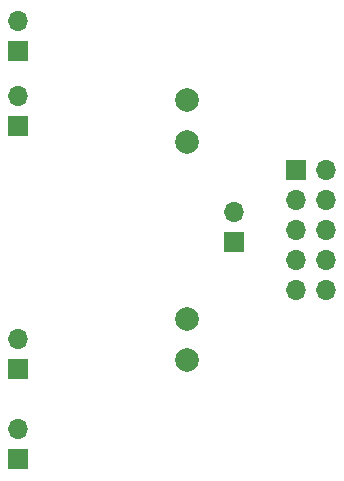
<source format=gts>
G04 #@! TF.GenerationSoftware,KiCad,Pcbnew,(5.1.6-0-10_14)*
G04 #@! TF.CreationDate,2020-08-07T14:48:58+09:00*
G04 #@! TF.ProjectId,con_lid_1x8,636f6e5f-6c69-4645-9f31-78382e6b6963,rev?*
G04 #@! TF.SameCoordinates,Original*
G04 #@! TF.FileFunction,Soldermask,Top*
G04 #@! TF.FilePolarity,Negative*
%FSLAX46Y46*%
G04 Gerber Fmt 4.6, Leading zero omitted, Abs format (unit mm)*
G04 Created by KiCad (PCBNEW (5.1.6-0-10_14)) date 2020-08-07 14:48:58*
%MOMM*%
%LPD*%
G01*
G04 APERTURE LIST*
%ADD10R,1.700000X1.700000*%
%ADD11O,1.700000X1.700000*%
%ADD12C,2.000000*%
G04 APERTURE END LIST*
D10*
G04 #@! TO.C,T1*
X113730000Y-77820000D03*
D11*
X113730000Y-75280000D03*
G04 #@! TD*
G04 #@! TO.C,T2*
X113730000Y-81630000D03*
D10*
X113730000Y-84170000D03*
G04 #@! TD*
G04 #@! TO.C,T3*
X113730000Y-104790000D03*
D11*
X113730000Y-102250000D03*
G04 #@! TD*
G04 #@! TO.C,T4*
X113730000Y-109870000D03*
D10*
X113730000Y-112410000D03*
G04 #@! TD*
D11*
G04 #@! TO.C,U1*
X139780000Y-98080000D03*
X137240000Y-98080000D03*
X139780000Y-95540000D03*
X137240000Y-95540000D03*
X139780000Y-93000000D03*
X137240000Y-93000000D03*
X139780000Y-90460000D03*
X137240000Y-90460000D03*
X139780000Y-87920000D03*
D10*
X137240000Y-87920000D03*
G04 #@! TD*
D12*
G04 #@! TO.C,H1*
X128000000Y-82000000D03*
X128000000Y-85500000D03*
G04 #@! TD*
G04 #@! TO.C,H2*
X128000000Y-104000000D03*
X128000000Y-100500000D03*
G04 #@! TD*
D11*
G04 #@! TO.C,TAIR1*
X132000000Y-91460000D03*
D10*
X132000000Y-94000000D03*
G04 #@! TD*
M02*

</source>
